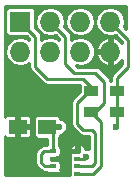
<source format=gbr>
G04 #@! TF.FileFunction,Copper,L1,Top,Signal*
%FSLAX46Y46*%
G04 Gerber Fmt 4.6, Leading zero omitted, Abs format (unit mm)*
G04 Created by KiCad (PCBNEW (2015-11-24 BZR 6329)-product) date Wed 21 Sep 2016 04:06:59 AM EDT*
%MOMM*%
G01*
G04 APERTURE LIST*
%ADD10C,0.100000*%
%ADD11R,1.500000X1.250000*%
%ADD12R,1.727200X1.727200*%
%ADD13O,1.727200X1.727200*%
%ADD14R,1.200000X0.900000*%
%ADD15R,0.500000X0.350000*%
%ADD16C,0.600000*%
%ADD17C,0.250000*%
%ADD18C,0.254000*%
G04 APERTURE END LIST*
D10*
D11*
X142728000Y-102616000D03*
X140228000Y-102616000D03*
D12*
X140462000Y-93726000D03*
D13*
X140462000Y-96266000D03*
X143002000Y-93726000D03*
X143002000Y-96266000D03*
X145542000Y-93726000D03*
X145542000Y-96266000D03*
X148082000Y-93726000D03*
X148082000Y-96266000D03*
D14*
X148674000Y-101346000D03*
X146474000Y-101346000D03*
X148674000Y-99568000D03*
X146474000Y-99568000D03*
D15*
X145297000Y-104672000D03*
X145297000Y-105322000D03*
X145297000Y-105972000D03*
X145297000Y-106622000D03*
X143247000Y-106622000D03*
X143247000Y-105972000D03*
X143247000Y-105322000D03*
X143247000Y-104672000D03*
D16*
X146050000Y-105156000D03*
X148590000Y-102616000D03*
X143764000Y-102616000D03*
D17*
X145297000Y-105322000D02*
X145884000Y-105322000D01*
X145884000Y-105322000D02*
X146050000Y-105156000D01*
X142728000Y-102616000D02*
X143764000Y-102616000D01*
X148674000Y-102532000D02*
X148674000Y-101346000D01*
X148590000Y-102616000D02*
X148674000Y-102532000D01*
X143247000Y-104672000D02*
X143247000Y-103135000D01*
X143247000Y-103135000D02*
X142728000Y-102616000D01*
X143247000Y-105972000D02*
X142548000Y-105972000D01*
X142470000Y-104672000D02*
X143247000Y-104672000D01*
X142240000Y-104902000D02*
X142470000Y-104672000D01*
X142240000Y-105664000D02*
X142240000Y-104902000D01*
X142548000Y-105972000D02*
X142240000Y-105664000D01*
X148674000Y-99568000D02*
X148674000Y-98468000D01*
X149606000Y-95250000D02*
X148082000Y-93726000D01*
X149606000Y-97536000D02*
X149606000Y-95250000D01*
X148674000Y-98468000D02*
X149606000Y-97536000D01*
X148674000Y-101092000D02*
X148674000Y-99568000D01*
X145297000Y-105972000D02*
X146504000Y-105972000D01*
X145288000Y-100584000D02*
X145288000Y-102362000D01*
X145288000Y-100584000D02*
X146304000Y-99568000D01*
X145796000Y-102870000D02*
X145288000Y-102362000D01*
X146500002Y-102870000D02*
X145796000Y-102870000D01*
X146812000Y-103181998D02*
X146500002Y-102870000D01*
X146812000Y-105664000D02*
X146812000Y-103181998D01*
X146504000Y-105972000D02*
X146812000Y-105664000D01*
X146474000Y-99568000D02*
X146474000Y-99230000D01*
X146474000Y-99230000D02*
X145796000Y-98552000D01*
X141732000Y-94996000D02*
X140462000Y-93726000D01*
X141732000Y-97536000D02*
X141732000Y-94996000D01*
X142748000Y-98552000D02*
X141732000Y-97536000D01*
X145796000Y-98552000D02*
X142748000Y-98552000D01*
X146474000Y-99568000D02*
X146304000Y-99568000D01*
X145297000Y-106622000D02*
X146616000Y-106622000D01*
X147320000Y-102192000D02*
X146474000Y-101346000D01*
X147320000Y-105918000D02*
X147320000Y-102192000D01*
X146616000Y-106622000D02*
X147320000Y-105918000D01*
X146474000Y-101346000D02*
X146812000Y-101346000D01*
X146812000Y-101346000D02*
X147574000Y-100584000D01*
X144272000Y-94996000D02*
X143002000Y-93726000D01*
X144272000Y-97282000D02*
X144272000Y-94996000D01*
X145034000Y-98044000D02*
X144272000Y-97282000D01*
X146812000Y-98044000D02*
X145034000Y-98044000D01*
X147574000Y-98806000D02*
X146812000Y-98044000D01*
X147574000Y-100584000D02*
X147574000Y-98806000D01*
D18*
G36*
X149404000Y-94332408D02*
X149259169Y-94187577D01*
X149350983Y-93726000D01*
X149256243Y-93249712D01*
X148986448Y-92845935D01*
X148582671Y-92576140D01*
X148106383Y-92481400D01*
X148057617Y-92481400D01*
X147581329Y-92576140D01*
X147177552Y-92845935D01*
X146907757Y-93249712D01*
X146813017Y-93726000D01*
X146907757Y-94202288D01*
X147177552Y-94606065D01*
X147581329Y-94875860D01*
X148057617Y-94970600D01*
X148106383Y-94970600D01*
X148527285Y-94886877D01*
X149100000Y-95459592D01*
X149100000Y-95574849D01*
X148837199Y-95276690D01*
X148401120Y-95062995D01*
X148209000Y-95123135D01*
X148209000Y-96139000D01*
X148229000Y-96139000D01*
X148229000Y-96393000D01*
X148209000Y-96393000D01*
X148209000Y-97408865D01*
X148401120Y-97469005D01*
X148837199Y-97255310D01*
X149100000Y-96957151D01*
X149100000Y-97326408D01*
X148316204Y-98110204D01*
X148206517Y-98274362D01*
X148168000Y-98468000D01*
X148168000Y-98729536D01*
X148074000Y-98729536D01*
X148065123Y-98731206D01*
X148041483Y-98612362D01*
X147931796Y-98448204D01*
X147169796Y-97686204D01*
X147005638Y-97576517D01*
X146812000Y-97538000D01*
X145243592Y-97538000D01*
X145141347Y-97435755D01*
X145517617Y-97510600D01*
X145566383Y-97510600D01*
X146042671Y-97415860D01*
X146446448Y-97146065D01*
X146716243Y-96742288D01*
X146747506Y-96585118D01*
X146879007Y-96585118D01*
X147005695Y-96891001D01*
X147326801Y-97255310D01*
X147762880Y-97469005D01*
X147955000Y-97408865D01*
X147955000Y-96393000D01*
X146939688Y-96393000D01*
X146879007Y-96585118D01*
X146747506Y-96585118D01*
X146810983Y-96266000D01*
X146747507Y-95946882D01*
X146879007Y-95946882D01*
X146939688Y-96139000D01*
X147955000Y-96139000D01*
X147955000Y-95123135D01*
X147762880Y-95062995D01*
X147326801Y-95276690D01*
X147005695Y-95640999D01*
X146879007Y-95946882D01*
X146747507Y-95946882D01*
X146716243Y-95789712D01*
X146446448Y-95385935D01*
X146042671Y-95116140D01*
X145566383Y-95021400D01*
X145517617Y-95021400D01*
X145041329Y-95116140D01*
X144778000Y-95292091D01*
X144778000Y-94996000D01*
X144739483Y-94802362D01*
X144629796Y-94638204D01*
X144179169Y-94187577D01*
X144270983Y-93726000D01*
X144273017Y-93726000D01*
X144367757Y-94202288D01*
X144637552Y-94606065D01*
X145041329Y-94875860D01*
X145517617Y-94970600D01*
X145566383Y-94970600D01*
X146042671Y-94875860D01*
X146446448Y-94606065D01*
X146716243Y-94202288D01*
X146810983Y-93726000D01*
X146716243Y-93249712D01*
X146446448Y-92845935D01*
X146042671Y-92576140D01*
X145566383Y-92481400D01*
X145517617Y-92481400D01*
X145041329Y-92576140D01*
X144637552Y-92845935D01*
X144367757Y-93249712D01*
X144273017Y-93726000D01*
X144270983Y-93726000D01*
X144176243Y-93249712D01*
X143906448Y-92845935D01*
X143502671Y-92576140D01*
X143026383Y-92481400D01*
X142977617Y-92481400D01*
X142501329Y-92576140D01*
X142097552Y-92845935D01*
X141827757Y-93249712D01*
X141733017Y-93726000D01*
X141827757Y-94202288D01*
X142097552Y-94606065D01*
X142501329Y-94875860D01*
X142977617Y-94970600D01*
X143026383Y-94970600D01*
X143447285Y-94886877D01*
X143766000Y-95205592D01*
X143766000Y-95292091D01*
X143502671Y-95116140D01*
X143026383Y-95021400D01*
X142977617Y-95021400D01*
X142501329Y-95116140D01*
X142238000Y-95292091D01*
X142238000Y-94996000D01*
X142199483Y-94802362D01*
X142089796Y-94638204D01*
X141714064Y-94262472D01*
X141714064Y-92862400D01*
X141687497Y-92721210D01*
X141604054Y-92591535D01*
X141476734Y-92504541D01*
X141325600Y-92473936D01*
X139598400Y-92473936D01*
X139457210Y-92500503D01*
X139327535Y-92583946D01*
X139240541Y-92711266D01*
X139209936Y-92862400D01*
X139209936Y-94589600D01*
X139236503Y-94730790D01*
X139319946Y-94860465D01*
X139447266Y-94947459D01*
X139598400Y-94978064D01*
X140998472Y-94978064D01*
X141226000Y-95205592D01*
X141226000Y-95292091D01*
X140962671Y-95116140D01*
X140486383Y-95021400D01*
X140437617Y-95021400D01*
X139961329Y-95116140D01*
X139557552Y-95385935D01*
X139287757Y-95789712D01*
X139193017Y-96266000D01*
X139287757Y-96742288D01*
X139557552Y-97146065D01*
X139961329Y-97415860D01*
X140437617Y-97510600D01*
X140486383Y-97510600D01*
X140962671Y-97415860D01*
X141226000Y-97239909D01*
X141226000Y-97536000D01*
X141264517Y-97729638D01*
X141374204Y-97893796D01*
X142390204Y-98909796D01*
X142554362Y-99019483D01*
X142748000Y-99058000D01*
X145497686Y-99058000D01*
X145485536Y-99118000D01*
X145485536Y-99670872D01*
X144930204Y-100226204D01*
X144820517Y-100390362D01*
X144782000Y-100584000D01*
X144782000Y-102362000D01*
X144820517Y-102555638D01*
X144930204Y-102719796D01*
X145438204Y-103227796D01*
X145602362Y-103337483D01*
X145796000Y-103376000D01*
X146290410Y-103376000D01*
X146306000Y-103391590D01*
X146306000Y-104524924D01*
X146186054Y-104475118D01*
X145928000Y-104474893D01*
X145928000Y-104421215D01*
X145869996Y-104281181D01*
X145762820Y-104174004D01*
X145622786Y-104116000D01*
X145517250Y-104116000D01*
X145422000Y-104211250D01*
X145422000Y-104584500D01*
X145444000Y-104584500D01*
X145444000Y-104758536D01*
X145047000Y-104758536D01*
X145041877Y-104759500D01*
X144761250Y-104759500D01*
X144666000Y-104854750D01*
X144666000Y-104922785D01*
X144693580Y-104989369D01*
X144689141Y-104995866D01*
X144658536Y-105147000D01*
X144658536Y-105497000D01*
X144685103Y-105638190D01*
X144689605Y-105645187D01*
X144689141Y-105645866D01*
X144658536Y-105797000D01*
X144658536Y-106147000D01*
X144685103Y-106288190D01*
X144689605Y-106295187D01*
X144689141Y-106295866D01*
X144658536Y-106447000D01*
X144658536Y-106732000D01*
X143805250Y-106732000D01*
X143782750Y-106709500D01*
X143372000Y-106709500D01*
X143372000Y-106732000D01*
X143122000Y-106732000D01*
X143122000Y-106709500D01*
X142711250Y-106709500D01*
X142688750Y-106732000D01*
X139140000Y-106732000D01*
X139140000Y-103420596D01*
X139155004Y-103456819D01*
X139262180Y-103563996D01*
X139402214Y-103622000D01*
X140005750Y-103622000D01*
X140101000Y-103526750D01*
X140101000Y-102743000D01*
X140355000Y-102743000D01*
X140355000Y-103526750D01*
X140450250Y-103622000D01*
X141053786Y-103622000D01*
X141193820Y-103563996D01*
X141300996Y-103456819D01*
X141359000Y-103316785D01*
X141359000Y-102838250D01*
X141263750Y-102743000D01*
X140355000Y-102743000D01*
X140101000Y-102743000D01*
X140081000Y-102743000D01*
X140081000Y-102489000D01*
X140101000Y-102489000D01*
X140101000Y-101705250D01*
X140355000Y-101705250D01*
X140355000Y-102489000D01*
X141263750Y-102489000D01*
X141359000Y-102393750D01*
X141359000Y-101991000D01*
X141589536Y-101991000D01*
X141589536Y-103241000D01*
X141616103Y-103382190D01*
X141699546Y-103511865D01*
X141826866Y-103598859D01*
X141978000Y-103629464D01*
X142741000Y-103629464D01*
X142741000Y-104166000D01*
X142470000Y-104166000D01*
X142276362Y-104204517D01*
X142112204Y-104314204D01*
X141882204Y-104544204D01*
X141772517Y-104708362D01*
X141734000Y-104902000D01*
X141734000Y-105664000D01*
X141772517Y-105857638D01*
X141882204Y-106021796D01*
X142190204Y-106329796D01*
X142354362Y-106439483D01*
X142548000Y-106478000D01*
X142654750Y-106478000D01*
X142711250Y-106534500D01*
X142992240Y-106534500D01*
X142997000Y-106535464D01*
X143497000Y-106535464D01*
X143502123Y-106534500D01*
X143782750Y-106534500D01*
X143878000Y-106439250D01*
X143878000Y-106371215D01*
X143850420Y-106304631D01*
X143854859Y-106298134D01*
X143885464Y-106147000D01*
X143885464Y-105797000D01*
X143858897Y-105655810D01*
X143849597Y-105641357D01*
X143878000Y-105572785D01*
X143878000Y-105504750D01*
X143782750Y-105409500D01*
X143501760Y-105409500D01*
X143497000Y-105408536D01*
X143100000Y-105408536D01*
X143100000Y-105235464D01*
X143497000Y-105235464D01*
X143502123Y-105234500D01*
X143782750Y-105234500D01*
X143878000Y-105139250D01*
X143878000Y-105071215D01*
X143850420Y-105004631D01*
X143854859Y-104998134D01*
X143885464Y-104847000D01*
X143885464Y-104497000D01*
X143871204Y-104421215D01*
X144666000Y-104421215D01*
X144666000Y-104489250D01*
X144761250Y-104584500D01*
X145172000Y-104584500D01*
X145172000Y-104211250D01*
X145076750Y-104116000D01*
X144971214Y-104116000D01*
X144831180Y-104174004D01*
X144724004Y-104281181D01*
X144666000Y-104421215D01*
X143871204Y-104421215D01*
X143858897Y-104355810D01*
X143775454Y-104226135D01*
X143753000Y-104210793D01*
X143753000Y-103513402D01*
X143835859Y-103392134D01*
X143855108Y-103297080D01*
X143898865Y-103297118D01*
X144149252Y-103193661D01*
X144340987Y-103002259D01*
X144444882Y-102752054D01*
X144445118Y-102481135D01*
X144341661Y-102230748D01*
X144150259Y-102039013D01*
X143900054Y-101935118D01*
X143855942Y-101935080D01*
X143839897Y-101849810D01*
X143756454Y-101720135D01*
X143629134Y-101633141D01*
X143478000Y-101602536D01*
X141978000Y-101602536D01*
X141836810Y-101629103D01*
X141707135Y-101712546D01*
X141620141Y-101839866D01*
X141589536Y-101991000D01*
X141359000Y-101991000D01*
X141359000Y-101915215D01*
X141300996Y-101775181D01*
X141193820Y-101668004D01*
X141053786Y-101610000D01*
X140450250Y-101610000D01*
X140355000Y-101705250D01*
X140101000Y-101705250D01*
X140005750Y-101610000D01*
X139402214Y-101610000D01*
X139262180Y-101668004D01*
X139155004Y-101775181D01*
X139140000Y-101811404D01*
X139140000Y-92404000D01*
X149404000Y-92404000D01*
X149404000Y-94332408D01*
X149404000Y-94332408D01*
G37*
X149404000Y-94332408D02*
X149259169Y-94187577D01*
X149350983Y-93726000D01*
X149256243Y-93249712D01*
X148986448Y-92845935D01*
X148582671Y-92576140D01*
X148106383Y-92481400D01*
X148057617Y-92481400D01*
X147581329Y-92576140D01*
X147177552Y-92845935D01*
X146907757Y-93249712D01*
X146813017Y-93726000D01*
X146907757Y-94202288D01*
X147177552Y-94606065D01*
X147581329Y-94875860D01*
X148057617Y-94970600D01*
X148106383Y-94970600D01*
X148527285Y-94886877D01*
X149100000Y-95459592D01*
X149100000Y-95574849D01*
X148837199Y-95276690D01*
X148401120Y-95062995D01*
X148209000Y-95123135D01*
X148209000Y-96139000D01*
X148229000Y-96139000D01*
X148229000Y-96393000D01*
X148209000Y-96393000D01*
X148209000Y-97408865D01*
X148401120Y-97469005D01*
X148837199Y-97255310D01*
X149100000Y-96957151D01*
X149100000Y-97326408D01*
X148316204Y-98110204D01*
X148206517Y-98274362D01*
X148168000Y-98468000D01*
X148168000Y-98729536D01*
X148074000Y-98729536D01*
X148065123Y-98731206D01*
X148041483Y-98612362D01*
X147931796Y-98448204D01*
X147169796Y-97686204D01*
X147005638Y-97576517D01*
X146812000Y-97538000D01*
X145243592Y-97538000D01*
X145141347Y-97435755D01*
X145517617Y-97510600D01*
X145566383Y-97510600D01*
X146042671Y-97415860D01*
X146446448Y-97146065D01*
X146716243Y-96742288D01*
X146747506Y-96585118D01*
X146879007Y-96585118D01*
X147005695Y-96891001D01*
X147326801Y-97255310D01*
X147762880Y-97469005D01*
X147955000Y-97408865D01*
X147955000Y-96393000D01*
X146939688Y-96393000D01*
X146879007Y-96585118D01*
X146747506Y-96585118D01*
X146810983Y-96266000D01*
X146747507Y-95946882D01*
X146879007Y-95946882D01*
X146939688Y-96139000D01*
X147955000Y-96139000D01*
X147955000Y-95123135D01*
X147762880Y-95062995D01*
X147326801Y-95276690D01*
X147005695Y-95640999D01*
X146879007Y-95946882D01*
X146747507Y-95946882D01*
X146716243Y-95789712D01*
X146446448Y-95385935D01*
X146042671Y-95116140D01*
X145566383Y-95021400D01*
X145517617Y-95021400D01*
X145041329Y-95116140D01*
X144778000Y-95292091D01*
X144778000Y-94996000D01*
X144739483Y-94802362D01*
X144629796Y-94638204D01*
X144179169Y-94187577D01*
X144270983Y-93726000D01*
X144273017Y-93726000D01*
X144367757Y-94202288D01*
X144637552Y-94606065D01*
X145041329Y-94875860D01*
X145517617Y-94970600D01*
X145566383Y-94970600D01*
X146042671Y-94875860D01*
X146446448Y-94606065D01*
X146716243Y-94202288D01*
X146810983Y-93726000D01*
X146716243Y-93249712D01*
X146446448Y-92845935D01*
X146042671Y-92576140D01*
X145566383Y-92481400D01*
X145517617Y-92481400D01*
X145041329Y-92576140D01*
X144637552Y-92845935D01*
X144367757Y-93249712D01*
X144273017Y-93726000D01*
X144270983Y-93726000D01*
X144176243Y-93249712D01*
X143906448Y-92845935D01*
X143502671Y-92576140D01*
X143026383Y-92481400D01*
X142977617Y-92481400D01*
X142501329Y-92576140D01*
X142097552Y-92845935D01*
X141827757Y-93249712D01*
X141733017Y-93726000D01*
X141827757Y-94202288D01*
X142097552Y-94606065D01*
X142501329Y-94875860D01*
X142977617Y-94970600D01*
X143026383Y-94970600D01*
X143447285Y-94886877D01*
X143766000Y-95205592D01*
X143766000Y-95292091D01*
X143502671Y-95116140D01*
X143026383Y-95021400D01*
X142977617Y-95021400D01*
X142501329Y-95116140D01*
X142238000Y-95292091D01*
X142238000Y-94996000D01*
X142199483Y-94802362D01*
X142089796Y-94638204D01*
X141714064Y-94262472D01*
X141714064Y-92862400D01*
X141687497Y-92721210D01*
X141604054Y-92591535D01*
X141476734Y-92504541D01*
X141325600Y-92473936D01*
X139598400Y-92473936D01*
X139457210Y-92500503D01*
X139327535Y-92583946D01*
X139240541Y-92711266D01*
X139209936Y-92862400D01*
X139209936Y-94589600D01*
X139236503Y-94730790D01*
X139319946Y-94860465D01*
X139447266Y-94947459D01*
X139598400Y-94978064D01*
X140998472Y-94978064D01*
X141226000Y-95205592D01*
X141226000Y-95292091D01*
X140962671Y-95116140D01*
X140486383Y-95021400D01*
X140437617Y-95021400D01*
X139961329Y-95116140D01*
X139557552Y-95385935D01*
X139287757Y-95789712D01*
X139193017Y-96266000D01*
X139287757Y-96742288D01*
X139557552Y-97146065D01*
X139961329Y-97415860D01*
X140437617Y-97510600D01*
X140486383Y-97510600D01*
X140962671Y-97415860D01*
X141226000Y-97239909D01*
X141226000Y-97536000D01*
X141264517Y-97729638D01*
X141374204Y-97893796D01*
X142390204Y-98909796D01*
X142554362Y-99019483D01*
X142748000Y-99058000D01*
X145497686Y-99058000D01*
X145485536Y-99118000D01*
X145485536Y-99670872D01*
X144930204Y-100226204D01*
X144820517Y-100390362D01*
X144782000Y-100584000D01*
X144782000Y-102362000D01*
X144820517Y-102555638D01*
X144930204Y-102719796D01*
X145438204Y-103227796D01*
X145602362Y-103337483D01*
X145796000Y-103376000D01*
X146290410Y-103376000D01*
X146306000Y-103391590D01*
X146306000Y-104524924D01*
X146186054Y-104475118D01*
X145928000Y-104474893D01*
X145928000Y-104421215D01*
X145869996Y-104281181D01*
X145762820Y-104174004D01*
X145622786Y-104116000D01*
X145517250Y-104116000D01*
X145422000Y-104211250D01*
X145422000Y-104584500D01*
X145444000Y-104584500D01*
X145444000Y-104758536D01*
X145047000Y-104758536D01*
X145041877Y-104759500D01*
X144761250Y-104759500D01*
X144666000Y-104854750D01*
X144666000Y-104922785D01*
X144693580Y-104989369D01*
X144689141Y-104995866D01*
X144658536Y-105147000D01*
X144658536Y-105497000D01*
X144685103Y-105638190D01*
X144689605Y-105645187D01*
X144689141Y-105645866D01*
X144658536Y-105797000D01*
X144658536Y-106147000D01*
X144685103Y-106288190D01*
X144689605Y-106295187D01*
X144689141Y-106295866D01*
X144658536Y-106447000D01*
X144658536Y-106732000D01*
X143805250Y-106732000D01*
X143782750Y-106709500D01*
X143372000Y-106709500D01*
X143372000Y-106732000D01*
X143122000Y-106732000D01*
X143122000Y-106709500D01*
X142711250Y-106709500D01*
X142688750Y-106732000D01*
X139140000Y-106732000D01*
X139140000Y-103420596D01*
X139155004Y-103456819D01*
X139262180Y-103563996D01*
X139402214Y-103622000D01*
X140005750Y-103622000D01*
X140101000Y-103526750D01*
X140101000Y-102743000D01*
X140355000Y-102743000D01*
X140355000Y-103526750D01*
X140450250Y-103622000D01*
X141053786Y-103622000D01*
X141193820Y-103563996D01*
X141300996Y-103456819D01*
X141359000Y-103316785D01*
X141359000Y-102838250D01*
X141263750Y-102743000D01*
X140355000Y-102743000D01*
X140101000Y-102743000D01*
X140081000Y-102743000D01*
X140081000Y-102489000D01*
X140101000Y-102489000D01*
X140101000Y-101705250D01*
X140355000Y-101705250D01*
X140355000Y-102489000D01*
X141263750Y-102489000D01*
X141359000Y-102393750D01*
X141359000Y-101991000D01*
X141589536Y-101991000D01*
X141589536Y-103241000D01*
X141616103Y-103382190D01*
X141699546Y-103511865D01*
X141826866Y-103598859D01*
X141978000Y-103629464D01*
X142741000Y-103629464D01*
X142741000Y-104166000D01*
X142470000Y-104166000D01*
X142276362Y-104204517D01*
X142112204Y-104314204D01*
X141882204Y-104544204D01*
X141772517Y-104708362D01*
X141734000Y-104902000D01*
X141734000Y-105664000D01*
X141772517Y-105857638D01*
X141882204Y-106021796D01*
X142190204Y-106329796D01*
X142354362Y-106439483D01*
X142548000Y-106478000D01*
X142654750Y-106478000D01*
X142711250Y-106534500D01*
X142992240Y-106534500D01*
X142997000Y-106535464D01*
X143497000Y-106535464D01*
X143502123Y-106534500D01*
X143782750Y-106534500D01*
X143878000Y-106439250D01*
X143878000Y-106371215D01*
X143850420Y-106304631D01*
X143854859Y-106298134D01*
X143885464Y-106147000D01*
X143885464Y-105797000D01*
X143858897Y-105655810D01*
X143849597Y-105641357D01*
X143878000Y-105572785D01*
X143878000Y-105504750D01*
X143782750Y-105409500D01*
X143501760Y-105409500D01*
X143497000Y-105408536D01*
X143100000Y-105408536D01*
X143100000Y-105235464D01*
X143497000Y-105235464D01*
X143502123Y-105234500D01*
X143782750Y-105234500D01*
X143878000Y-105139250D01*
X143878000Y-105071215D01*
X143850420Y-105004631D01*
X143854859Y-104998134D01*
X143885464Y-104847000D01*
X143885464Y-104497000D01*
X143871204Y-104421215D01*
X144666000Y-104421215D01*
X144666000Y-104489250D01*
X144761250Y-104584500D01*
X145172000Y-104584500D01*
X145172000Y-104211250D01*
X145076750Y-104116000D01*
X144971214Y-104116000D01*
X144831180Y-104174004D01*
X144724004Y-104281181D01*
X144666000Y-104421215D01*
X143871204Y-104421215D01*
X143858897Y-104355810D01*
X143775454Y-104226135D01*
X143753000Y-104210793D01*
X143753000Y-103513402D01*
X143835859Y-103392134D01*
X143855108Y-103297080D01*
X143898865Y-103297118D01*
X144149252Y-103193661D01*
X144340987Y-103002259D01*
X144444882Y-102752054D01*
X144445118Y-102481135D01*
X144341661Y-102230748D01*
X144150259Y-102039013D01*
X143900054Y-101935118D01*
X143855942Y-101935080D01*
X143839897Y-101849810D01*
X143756454Y-101720135D01*
X143629134Y-101633141D01*
X143478000Y-101602536D01*
X141978000Y-101602536D01*
X141836810Y-101629103D01*
X141707135Y-101712546D01*
X141620141Y-101839866D01*
X141589536Y-101991000D01*
X141359000Y-101991000D01*
X141359000Y-101915215D01*
X141300996Y-101775181D01*
X141193820Y-101668004D01*
X141053786Y-101610000D01*
X140450250Y-101610000D01*
X140355000Y-101705250D01*
X140101000Y-101705250D01*
X140005750Y-101610000D01*
X139402214Y-101610000D01*
X139262180Y-101668004D01*
X139155004Y-101775181D01*
X139140000Y-101811404D01*
X139140000Y-92404000D01*
X149404000Y-92404000D01*
X149404000Y-94332408D01*
M02*

</source>
